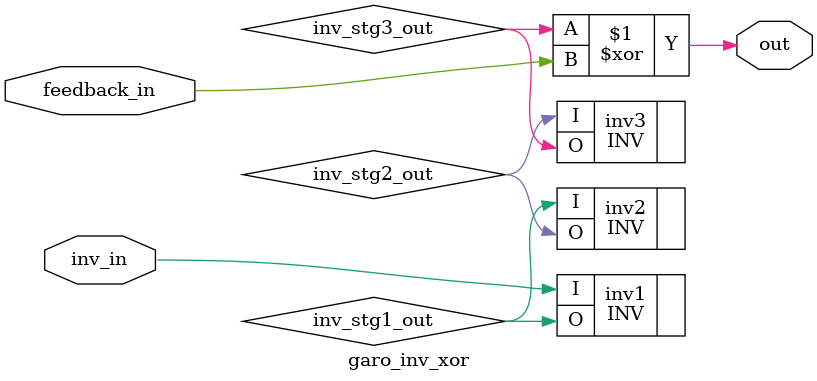
<source format=v>
`timescale 1ns / 1ps
module garo_inv_xor(
    input inv_in,
    input feedback_in,
    output out
    );

    wire    inv_stg1_out;
    wire    inv_stg2_out;
    wire    inv_stg3_out;

    INV  inv1(.I(inv_in), .O(inv_stg1_out));
    INV  inv2(.I(inv_stg1_out), .O(inv_stg2_out));
    INV  inv3(.I(inv_stg2_out), .O(inv_stg3_out));


    assign out = inv_stg3_out ^ feedback_in;


endmodule

</source>
